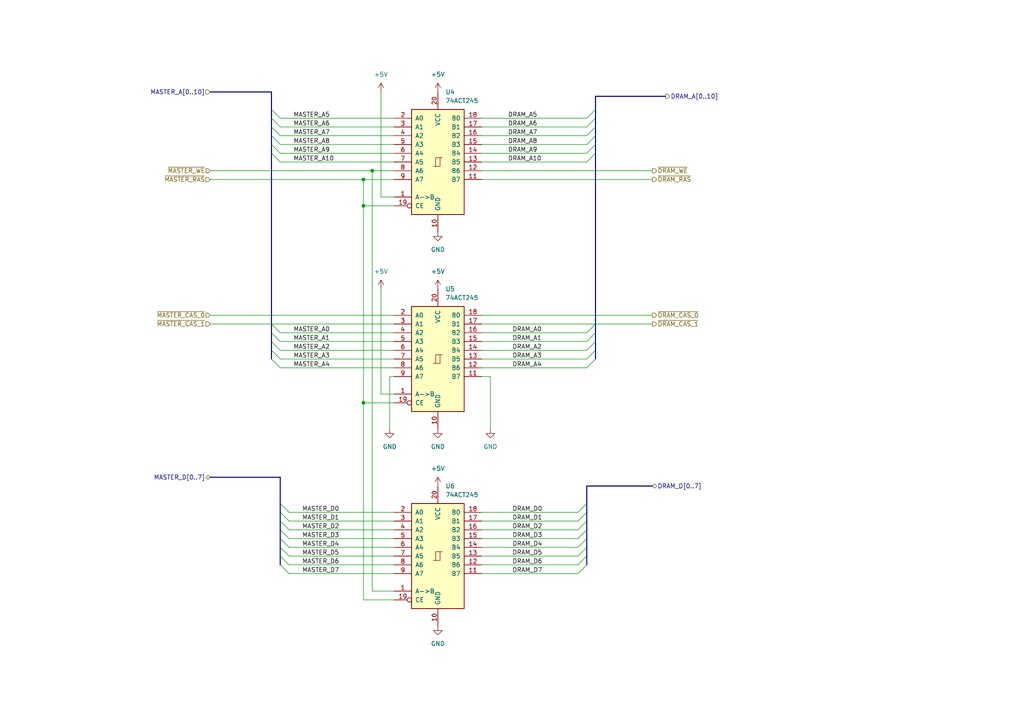
<source format=kicad_sch>
(kicad_sch (version 20230121) (generator eeschema)
  (paper "A4")
  (lib_symbols
    (symbol "74xx:74LS245" (pin_names (offset 1.016))
      (property "Reference" "U" (at -7.62 16.51 0))
      (property "Value" "74LS245" (at -7.62 -16.51 0))
      (symbol "74LS245_1_0"
        (polyline (pts (xy -0.635 -1.27) (xy -0.635 1.27) (xy 0.635 1.27)))
        (polyline (pts (xy -1.27 -1.27) (xy 0.635 -1.27) (xy 0.635 1.27) (xy 1.27 1.27)))
        (pin input line (at -12.7 -10.16 0) (length 5.08) (name "A->B") (number "1"))
        (pin power_in line (at 0 -20.32 90) (length 5.08) (name "GND") (number "10"))
        (pin tri_state line (at 12.7 -5.08 180) (length 5.08) (name "B7") (number "11"))
        (pin tri_state line (at 12.7 -2.54 180) (length 5.08) (name "B6") (number "12"))
        (pin tri_state line (at 12.7 0 180) (length 5.08) (name "B5") (number "13"))
        (pin tri_state line (at 12.7 2.54 180) (length 5.08) (name "B4") (number "14"))
        (pin tri_state line (at 12.7 5.08 180) (length 5.08) (name "B3") (number "15"))
        (pin tri_state line (at 12.7 7.62 180) (length 5.08) (name "B2") (number "16"))
        (pin tri_state line (at 12.7 10.16 180) (length 5.08) (name "B1") (number "17"))
        (pin tri_state line (at 12.7 12.7 180) (length 5.08) (name "B0") (number "18"))
        (pin input inverted (at -12.7 -12.7 0) (length 5.08) (name "CE") (number "19"))
        (pin tri_state line (at -12.7 12.7 0) (length 5.08) (name "A0") (number "2"))
        (pin power_in line (at 0 20.32 270) (length 5.08) (name "VCC") (number "20"))
        (pin tri_state line (at -12.7 10.16 0) (length 5.08) (name "A1") (number "3"))
        (pin tri_state line (at -12.7 7.62 0) (length 5.08) (name "A2") (number "4"))
        (pin tri_state line (at -12.7 5.08 0) (length 5.08) (name "A3") (number "5"))
        (pin tri_state line (at -12.7 2.54 0) (length 5.08) (name "A4") (number "6"))
        (pin tri_state line (at -12.7 0 0) (length 5.08) (name "A5") (number "7"))
        (pin tri_state line (at -12.7 -2.54 0) (length 5.08) (name "A6") (number "8"))
        (pin tri_state line (at -12.7 -5.08 0) (length 5.08) (name "A7") (number "9"))
      )
      (symbol "74LS245_1_1"
        (rectangle (start -7.62 15.24) (end 7.62 -15.24) (stroke (width 0.254)) (fill (type background)))
      )
    )
    (symbol "power:+5V" (power) (pin_names (offset 0))
      (property "Value" "+5V" (at 0 3.556 0))
      (symbol "+5V_0_1"
        (polyline (pts (xy -0.762 1.27) (xy 0 2.54)))
        (polyline (pts (xy 0 0) (xy 0 2.54)))
        (polyline (pts (xy 0 2.54) (xy 0.762 1.27)))
      )
      (symbol "+5V_1_1"
        (pin power_in line (at 0 0 90) (length 0) hide (name "+5V") (number "1"))
      )
    )
    (symbol "power:GND" (power) (pin_names (offset 0))
      (property "Value" "GND" (at 0 -3.81 0))
      (symbol "GND_0_1"
        (polyline (pts (xy 0 0) (xy 0 -1.27) (xy 1.27 -1.27) (xy 0 -2.54) (xy -1.27 -1.27) (xy 0 -1.27)))
      )
      (symbol "GND_1_1"
        (pin power_in line (at 0 0 270) (length 0) hide (name "GND") (number "1"))
      )
    )
  )
  (junction (at 105.41 59.69))
  (junction (at 105.41 52.07))
  (junction (at 107.95 49.53))
  (junction (at 105.41 116.84))
  (bus_entry (at 170.18 96.52) (size 2.54 -2.54))
  (bus_entry (at 170.18 99.06) (size 2.54 -2.54))
  (bus_entry (at 170.18 41.91) (size 2.54 -2.54))
  (bus_entry (at 167.64 156.21) (size 2.54 -2.54))
  (bus_entry (at 170.18 39.37) (size 2.54 -2.54))
  (bus_entry (at 78.74 34.29) (size 2.54 2.54))
  (bus_entry (at 170.18 104.14) (size 2.54 -2.54))
  (bus_entry (at 81.28 146.05) (size 2.54 2.54))
  (bus_entry (at 78.74 104.14) (size 2.54 2.54))
  (bus_entry (at 78.74 101.6) (size 2.54 2.54))
  (bus_entry (at 167.64 151.13) (size 2.54 -2.54))
  (bus_entry (at 167.64 148.59) (size 2.54 -2.54))
  (bus_entry (at 170.18 36.83) (size 2.54 -2.54))
  (bus_entry (at 81.28 163.83) (size 2.54 2.54))
  (bus_entry (at 78.74 36.83) (size 2.54 2.54))
  (bus_entry (at 78.74 93.98) (size 2.54 2.54))
  (bus_entry (at 81.28 161.29) (size 2.54 2.54))
  (bus_entry (at 170.18 34.29) (size 2.54 -2.54))
  (bus_entry (at 81.28 156.21) (size 2.54 2.54))
  (bus_entry (at 81.28 158.75) (size 2.54 2.54))
  (bus_entry (at 78.74 96.52) (size 2.54 2.54))
  (bus_entry (at 78.74 44.45) (size 2.54 2.54))
  (bus_entry (at 170.18 46.99) (size 2.54 -2.54))
  (bus_entry (at 81.28 148.59) (size 2.54 2.54))
  (bus_entry (at 167.64 163.83) (size 2.54 -2.54))
  (bus_entry (at 167.64 166.37) (size 2.54 -2.54))
  (bus_entry (at 167.64 161.29) (size 2.54 -2.54))
  (bus_entry (at 78.74 99.06) (size 2.54 2.54))
  (bus_entry (at 81.28 151.13) (size 2.54 2.54))
  (bus_entry (at 170.18 101.6) (size 2.54 -2.54))
  (bus_entry (at 78.74 39.37) (size 2.54 2.54))
  (bus_entry (at 167.64 153.67) (size 2.54 -2.54))
  (bus_entry (at 81.28 153.67) (size 2.54 2.54))
  (bus_entry (at 78.74 41.91) (size 2.54 2.54))
  (bus_entry (at 170.18 106.68) (size 2.54 -2.54))
  (bus_entry (at 170.18 44.45) (size 2.54 -2.54))
  (bus_entry (at 167.64 158.75) (size 2.54 -2.54))
  (bus_entry (at 78.74 31.75) (size 2.54 2.54))
  (wire (pts (xy 81.28 41.91) (xy 114.3 41.91)))
  (bus (pts (xy 172.72 41.91) (xy 172.72 44.45)))
  (bus (pts (xy 60.96 26.67) (xy 78.74 26.67)))
  (bus (pts (xy 170.18 153.67) (xy 170.18 156.21)))
  (wire (pts (xy 81.28 99.06) (xy 114.3 99.06)))
  (wire (pts (xy 139.7 104.14) (xy 170.18 104.14)))
  (wire (pts (xy 83.82 161.29) (xy 114.3 161.29)))
  (wire (pts (xy 83.82 166.37) (xy 114.3 166.37)))
  (wire (pts (xy 114.3 114.3) (xy 110.49 114.3)))
  (bus (pts (xy 78.74 39.37) (xy 78.74 41.91)))
  (wire (pts (xy 139.7 156.21) (xy 167.64 156.21)))
  (bus (pts (xy 81.28 158.75) (xy 81.28 161.29)))
  (wire (pts (xy 83.82 148.59) (xy 114.3 148.59)))
  (bus (pts (xy 78.74 96.52) (xy 78.74 99.06)))
  (bus (pts (xy 60.96 138.43) (xy 81.28 138.43)))
  (bus (pts (xy 81.28 138.43) (xy 81.28 146.05)))
  (wire (pts (xy 81.28 39.37) (xy 114.3 39.37)))
  (bus (pts (xy 170.18 158.75) (xy 170.18 161.29)))
  (wire (pts (xy 172.72 93.98) (xy 189.23 93.98)))
  (wire (pts (xy 114.3 173.99) (xy 105.41 173.99)))
  (bus (pts (xy 81.28 146.05) (xy 81.28 148.59)))
  (wire (pts (xy 139.7 41.91) (xy 170.18 41.91)))
  (wire (pts (xy 83.82 151.13) (xy 114.3 151.13)))
  (wire (pts (xy 81.28 44.45) (xy 114.3 44.45)))
  (wire (pts (xy 60.96 49.53) (xy 107.95 49.53)))
  (wire (pts (xy 139.7 158.75) (xy 167.64 158.75)))
  (wire (pts (xy 114.3 116.84) (xy 105.41 116.84)))
  (bus (pts (xy 78.74 44.45) (xy 78.74 93.98)))
  (wire (pts (xy 114.3 109.22) (xy 113.03 109.22)))
  (bus (pts (xy 81.28 156.21) (xy 81.28 158.75)))
  (bus (pts (xy 170.18 146.05) (xy 170.18 148.59)))
  (bus (pts (xy 170.18 148.59) (xy 170.18 151.13)))
  (wire (pts (xy 114.3 49.53) (xy 107.95 49.53)))
  (wire (pts (xy 60.96 93.98) (xy 78.74 93.98)))
  (wire (pts (xy 83.82 153.67) (xy 114.3 153.67)))
  (wire (pts (xy 114.3 52.07) (xy 105.41 52.07)))
  (bus (pts (xy 172.72 39.37) (xy 172.72 41.91)))
  (wire (pts (xy 139.7 46.99) (xy 170.18 46.99)))
  (bus (pts (xy 78.74 99.06) (xy 78.74 101.6)))
  (bus (pts (xy 172.72 29.21) (xy 172.72 31.75)))
  (bus (pts (xy 172.72 96.52) (xy 172.72 99.06)))
  (bus (pts (xy 170.18 156.21) (xy 170.18 158.75)))
  (wire (pts (xy 139.7 153.67) (xy 167.64 153.67)))
  (wire (pts (xy 60.96 91.44) (xy 114.3 91.44)))
  (bus (pts (xy 189.23 140.97) (xy 170.18 140.97)))
  (wire (pts (xy 142.24 109.22) (xy 139.7 109.22)))
  (wire (pts (xy 139.7 163.83) (xy 167.64 163.83)))
  (wire (pts (xy 105.41 59.69) (xy 114.3 59.69)))
  (wire (pts (xy 81.28 101.6) (xy 114.3 101.6)))
  (wire (pts (xy 81.28 34.29) (xy 114.3 34.29)))
  (wire (pts (xy 139.7 49.53) (xy 189.23 49.53)))
  (wire (pts (xy 139.7 34.29) (xy 170.18 34.29)))
  (wire (pts (xy 139.7 148.59) (xy 167.64 148.59)))
  (wire (pts (xy 83.82 156.21) (xy 114.3 156.21)))
  (wire (pts (xy 81.28 46.99) (xy 114.3 46.99)))
  (bus (pts (xy 78.74 101.6) (xy 78.74 104.14)))
  (wire (pts (xy 139.7 93.98) (xy 172.72 93.98)))
  (wire (pts (xy 105.41 52.07) (xy 105.41 59.69)))
  (wire (pts (xy 139.7 36.83) (xy 170.18 36.83)))
  (bus (pts (xy 172.72 36.83) (xy 172.72 39.37)))
  (wire (pts (xy 139.7 96.52) (xy 170.18 96.52)))
  (bus (pts (xy 78.74 36.83) (xy 78.74 39.37)))
  (wire (pts (xy 107.95 49.53) (xy 107.95 171.45)))
  (wire (pts (xy 139.7 91.44) (xy 189.23 91.44)))
  (bus (pts (xy 78.74 26.67) (xy 78.74 31.75)))
  (wire (pts (xy 81.28 104.14) (xy 114.3 104.14)))
  (bus (pts (xy 78.74 93.98) (xy 78.74 96.52)))
  (wire (pts (xy 83.82 163.83) (xy 114.3 163.83)))
  (wire (pts (xy 139.7 151.13) (xy 167.64 151.13)))
  (bus (pts (xy 78.74 31.75) (xy 78.74 34.29)))
  (wire (pts (xy 78.74 93.98) (xy 114.3 93.98)))
  (bus (pts (xy 172.72 99.06) (xy 172.72 101.6)))
  (wire (pts (xy 139.7 99.06) (xy 170.18 99.06)))
  (bus (pts (xy 170.18 151.13) (xy 170.18 153.67)))
  (wire (pts (xy 139.7 161.29) (xy 167.64 161.29)))
  (wire (pts (xy 139.7 166.37) (xy 167.64 166.37)))
  (wire (pts (xy 83.82 158.75) (xy 114.3 158.75)))
  (bus (pts (xy 81.28 148.59) (xy 81.28 151.13)))
  (wire (pts (xy 110.49 83.82) (xy 110.49 114.3)))
  (wire (pts (xy 114.3 171.45) (xy 107.95 171.45)))
  (wire (pts (xy 113.03 109.22) (xy 113.03 124.46)))
  (wire (pts (xy 60.96 52.07) (xy 105.41 52.07)))
  (bus (pts (xy 172.72 34.29) (xy 172.72 36.83)))
  (bus (pts (xy 81.28 153.67) (xy 81.28 156.21)))
  (bus (pts (xy 170.18 140.97) (xy 170.18 146.05)))
  (wire (pts (xy 105.41 59.69) (xy 105.41 116.84)))
  (wire (pts (xy 110.49 26.67) (xy 110.49 57.15)))
  (wire (pts (xy 139.7 101.6) (xy 170.18 101.6)))
  (wire (pts (xy 81.28 106.68) (xy 114.3 106.68)))
  (wire (pts (xy 139.7 52.07) (xy 189.23 52.07)))
  (bus (pts (xy 78.74 41.91) (xy 78.74 44.45)))
  (wire (pts (xy 105.41 173.99) (xy 105.41 116.84)))
  (bus (pts (xy 172.72 31.75) (xy 172.72 34.29)))
  (wire (pts (xy 81.28 36.83) (xy 114.3 36.83)))
  (bus (pts (xy 81.28 151.13) (xy 81.28 153.67)))
  (bus (pts (xy 78.74 34.29) (xy 78.74 36.83)))
  (bus (pts (xy 170.18 161.29) (xy 170.18 163.83)))
  (bus (pts (xy 172.72 93.98) (xy 172.72 96.52)))
  (bus (pts (xy 172.72 101.6) (xy 172.72 104.14)))
  (bus (pts (xy 172.72 27.94) (xy 172.72 29.21)))
  (wire (pts (xy 139.7 39.37) (xy 170.18 39.37)))
  (wire (pts (xy 142.24 124.46) (xy 142.24 109.22)))
  (wire (pts (xy 114.3 57.15) (xy 110.49 57.15)))
  (wire (pts (xy 81.28 96.52) (xy 114.3 96.52)))
  (bus (pts (xy 172.72 44.45) (xy 172.72 93.98)))
  (bus (pts (xy 81.28 161.29) (xy 81.28 163.83)))
  (bus (pts (xy 193.04 27.94) (xy 172.72 27.94)))
  (wire (pts (xy 139.7 106.68) (xy 170.18 106.68)))
  (wire (pts (xy 139.7 44.45) (xy 170.18 44.45)))
  (label "DRAM_D0" (at 148.59 148.59 0))
  (label "DRAM_D5" (at 148.59 161.29 0))
  (label "DRAM_D3" (at 148.59 156.21 0))
  (label "DRAM_A5" (at 147.32 34.29 0))
  (label "MASTER_A3" (at 85.09 104.14 0))
  (label "MASTER_A6" (at 85.09 36.83 0))
  (label "MASTER_A9" (at 85.09 44.45 0))
  (label "MASTER_A2" (at 85.09 101.6 0))
  (label "DRAM_A6" (at 147.32 36.83 0))
  (label "MASTER_A1" (at 85.09 99.06 0))
  (label "DRAM_D7" (at 148.59 166.37 0))
  (label "MASTER_D5" (at 87.63 161.29 0))
  (label "DRAM_A1" (at 148.59 99.06 0))
  (label "DRAM_D4" (at 148.59 158.75 0))
  (label "MASTER_D7" (at 87.63 166.37 0))
  (label "DRAM_A2" (at 148.59 101.6 0))
  (label "DRAM_A3" (at 148.59 104.14 0))
  (label "DRAM_A9" (at 147.32 44.45 0))
  (label "MASTER_A7" (at 85.09 39.37 0))
  (label "MASTER_D6" (at 87.63 163.83 0))
  (label "MASTER_D4" (at 87.63 158.75 0))
  (label "DRAM_A8" (at 147.32 41.91 0))
  (label "DRAM_D2" (at 148.59 153.67 0))
  (label "MASTER_A4" (at 85.09 106.68 0))
  (label "MASTER_A0" (at 85.09 96.52 0))
  (label "MASTER_D2" (at 87.63 153.67 0))
  (label "DRAM_A0" (at 148.59 96.52 0))
  (label "DRAM_D1" (at 148.59 151.13 0))
  (label "MASTER_D0" (at 87.63 148.59 0))
  (label "DRAM_A4" (at 148.59 106.68 0))
  (label "DRAM_A7" (at 147.32 39.37 0))
  (label "DRAM_A10" (at 147.32 46.99 0))
  (label "MASTER_D3" (at 87.63 156.21 0))
  (label "MASTER_A5" (at 85.09 34.29 0))
  (label "MASTER_A10" (at 85.09 46.99 0))
  (label "DRAM_D6" (at 148.59 163.83 0))
  (label "MASTER_A8" (at 85.09 41.91 0))
  (label "MASTER_D1" (at 87.63 151.13 0))
  (hierarchical_label "MASTER_A[0..10]" (shape input) (at 60.96 26.67 180))
  (hierarchical_label "~{MASTER_CAS_0}" (shape input) (at 60.96 91.44 180))
  (hierarchical_label "~{DRAM_WE}" (shape output) (at 189.23 49.53 0))
  (hierarchical_label "~{DRAM_RAS}" (shape output) (at 189.23 52.07 0))
  (hierarchical_label "MASTER_D[0..7]" (shape bidirectional) (at 60.96 138.43 180))
  (hierarchical_label "~{MASTER_WE}" (shape input) (at 60.96 49.53 180))
  (hierarchical_label "~{MASTER_RAS}" (shape input) (at 60.96 52.07 180))
  (hierarchical_label "~{MASTER_CAS_1}" (shape input) (at 60.96 93.98 180))
  (hierarchical_label "DRAM_A[0..10]" (shape output) (at 193.04 27.94 0))
  (hierarchical_label "~{DRAM_CAS_1}" (shape output) (at 189.23 93.98 0))
  (hierarchical_label "DRAM_D[0..7]" (shape bidirectional) (at 189.23 140.97 0))
  (hierarchical_label "~{DRAM_CAS_0}" (shape output) (at 189.23 91.44 0))
  (symbol (lib_id "power:+5V") (at 127 140.97 0) (unit 1)
    (property "Reference" "#PWR020" (effects hide))
    (property "Value" "+5V" (at 127 135.89 0))
  )
  (symbol (lib_id "power:+5V") (at 127 83.82 0) (unit 1)
    (property "Reference" "#PWR018" (effects hide))
    (property "Value" "+5V" (at 127 78.74 0))
  )
  (symbol (lib_id "power:GND") (at 113.03 124.46 0) (unit 1)
    (property "Reference" "#PWR015" (effects hide))
    (property "Value" "GND" (at 113.03 129.54 0))
  )
  (symbol (lib_id "power:+5V") (at 127 26.67 0) (unit 1)
    (property "Reference" "#PWR016" (effects hide))
    (property "Value" "+5V" (at 127 21.59 0))
  )
  (symbol (lib_id "power:+5V") (at 110.49 26.67 0) (unit 1)
    (property "Reference" "#PWR013" (effects hide))
    (property "Value" "+5V" (at 110.49 21.59 0))
  )
  (symbol (lib_id "power:GND") (at 127 67.31 0) (unit 1)
    (property "Reference" "#PWR017" (effects hide))
    (property "Value" "GND" (at 127 72.39 0))
  )
  (symbol (lib_id "power:GND") (at 127 124.46 0) (unit 1)
    (property "Reference" "#PWR019" (effects hide))
    (property "Value" "GND" (at 127 129.54 0))
  )
  (symbol (lib_id "74xx:74LS245") (at 127 104.14 0) (unit 1)
    (property "Reference" "U5" (at 129.1941 83.82 0) (effects (justify left)))
    (property "Value" "74ACT245" (at 129.1941 86.36 0) (effects (justify left)))
    (property "Footprint" "Package_DIP:DIP-20_W7.62mm_LongPads" (effects hide))
    (property "Datasheet" "http://www.ti.com/lit/gpn/sn74LS245" (effects hide))
  )
  (symbol (lib_id "74xx:74LS245") (at 127 161.29 0) (unit 1)
    (property "Reference" "U6" (at 129.1941 140.97 0) (effects (justify left)))
    (property "Value" "74ACT245" (at 129.1941 143.51 0) (effects (justify left)))
    (property "Footprint" "Package_DIP:DIP-20_W7.62mm_LongPads" (effects hide))
    (property "Datasheet" "http://www.ti.com/lit/gpn/sn74LS245" (effects hide))
  )
  (symbol (lib_id "power:GND") (at 127 181.61 0) (unit 1)
    (property "Reference" "#PWR021" (effects hide))
    (property "Value" "GND" (at 127 186.69 0))
  )
  (symbol (lib_id "power:GND") (at 142.24 124.46 0) (unit 1)
    (property "Reference" "#PWR022" (effects hide))
    (property "Value" "GND" (at 142.24 129.54 0))
  )
  (symbol (lib_id "74xx:74LS245") (at 127 46.99 0) (unit 1)
    (property "Reference" "U4" (at 129.1941 26.67 0) (effects (justify left)))
    (property "Value" "74ACT245" (at 129.1941 29.21 0) (effects (justify left)))
    (property "Footprint" "Package_DIP:DIP-20_W7.62mm_LongPads" (effects hide))
    (property "Datasheet" "http://www.ti.com/lit/gpn/sn74LS245" (effects hide))
  )
  (symbol (lib_id "power:+5V") (at 110.49 83.82 0) (unit 1)
    (property "Reference" "#PWR014" (effects hide))
    (property "Value" "+5V" (at 110.49 78.74 0))
  )
)
</source>
